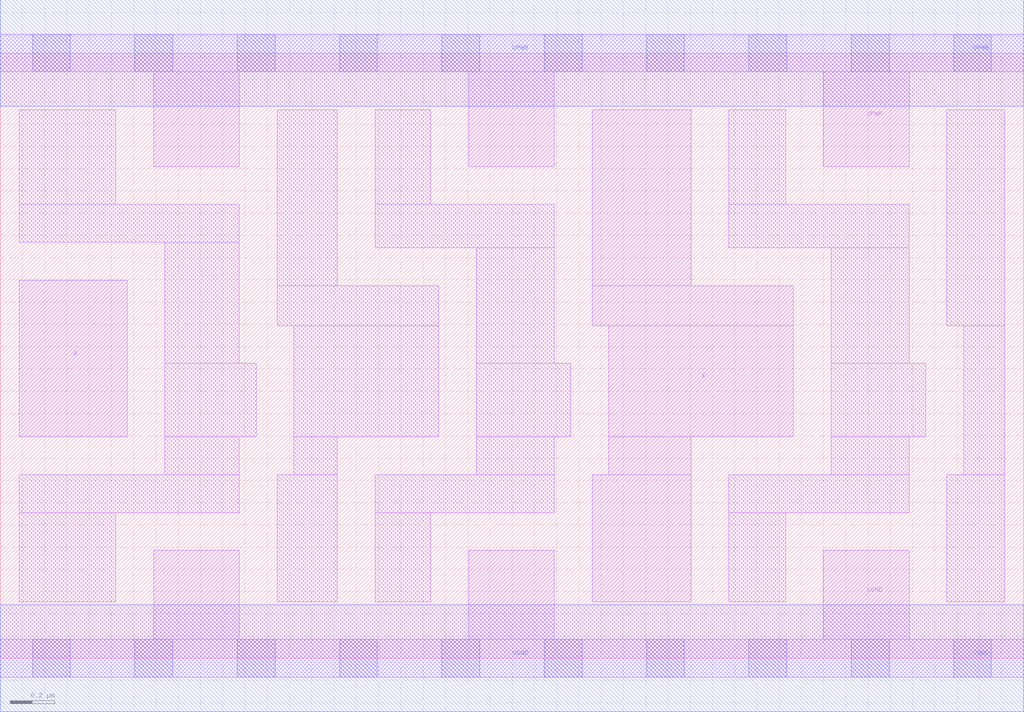
<source format=lef>
# Copyright 2020 The SkyWater PDK Authors
#
# Licensed under the Apache License, Version 2.0 (the "License");
# you may not use this file except in compliance with the License.
# You may obtain a copy of the License at
#
#     https://www.apache.org/licenses/LICENSE-2.0
#
# Unless required by applicable law or agreed to in writing, software
# distributed under the License is distributed on an "AS IS" BASIS,
# WITHOUT WARRANTIES OR CONDITIONS OF ANY KIND, either express or implied.
# See the License for the specific language governing permissions and
# limitations under the License.
#
# SPDX-License-Identifier: Apache-2.0

VERSION 5.7 ;
  NAMESCASESENSITIVE ON ;
  NOWIREEXTENSIONATPIN ON ;
  DIVIDERCHAR "/" ;
  BUSBITCHARS "[]" ;
UNITS
  DATABASE MICRONS 200 ;
END UNITS
MACRO sky130_fd_sc_hd__dlymetal6s4s_1
  CLASS CORE ;
  SOURCE USER ;
  FOREIGN sky130_fd_sc_hd__dlymetal6s4s_1 ;
  ORIGIN  0.000000  0.000000 ;
  SIZE  4.600000 BY  2.720000 ;
  SYMMETRY X Y R90 ;
  SITE unithd ;
  PIN A
    ANTENNAGATEAREA  0.126000 ;
    DIRECTION INPUT ;
    USE SIGNAL ;
    PORT
      LAYER li1 ;
        RECT 0.085000 0.995000 0.570000 1.700000 ;
    END
  END A
  PIN X
    ANTENNADIFFAREA  0.429000 ;
    ANTENNAGATEAREA  0.126000 ;
    DIRECTION OUTPUT ;
    USE SIGNAL ;
    PORT
      LAYER li1 ;
        RECT 2.660000 0.255000 3.105000 0.825000 ;
        RECT 2.660000 1.495000 3.565000 1.675000 ;
        RECT 2.660000 1.675000 3.105000 2.465000 ;
        RECT 2.735000 0.825000 3.105000 0.995000 ;
        RECT 2.735000 0.995000 3.565000 1.495000 ;
    END
  END X
  PIN VGND
    DIRECTION INOUT ;
    SHAPE ABUTMENT ;
    USE GROUND ;
    PORT
      LAYER li1 ;
        RECT 0.000000 -0.085000 4.600000 0.085000 ;
        RECT 0.690000  0.085000 1.075000 0.485000 ;
        RECT 2.105000  0.085000 2.490000 0.485000 ;
        RECT 3.700000  0.085000 4.085000 0.485000 ;
      LAYER mcon ;
        RECT 0.145000 -0.085000 0.315000 0.085000 ;
        RECT 0.605000 -0.085000 0.775000 0.085000 ;
        RECT 1.065000 -0.085000 1.235000 0.085000 ;
        RECT 1.525000 -0.085000 1.695000 0.085000 ;
        RECT 1.985000 -0.085000 2.155000 0.085000 ;
        RECT 2.445000 -0.085000 2.615000 0.085000 ;
        RECT 2.905000 -0.085000 3.075000 0.085000 ;
        RECT 3.365000 -0.085000 3.535000 0.085000 ;
        RECT 3.825000 -0.085000 3.995000 0.085000 ;
        RECT 4.285000 -0.085000 4.455000 0.085000 ;
      LAYER met1 ;
        RECT 0.000000 -0.240000 4.600000 0.240000 ;
    END
  END VGND
  PIN VPWR
    DIRECTION INOUT ;
    SHAPE ABUTMENT ;
    USE POWER ;
    PORT
      LAYER li1 ;
        RECT 0.000000 2.635000 4.600000 2.805000 ;
        RECT 0.690000 2.210000 1.075000 2.635000 ;
        RECT 2.105000 2.210000 2.490000 2.635000 ;
        RECT 3.700000 2.210000 4.085000 2.635000 ;
      LAYER mcon ;
        RECT 0.145000 2.635000 0.315000 2.805000 ;
        RECT 0.605000 2.635000 0.775000 2.805000 ;
        RECT 1.065000 2.635000 1.235000 2.805000 ;
        RECT 1.525000 2.635000 1.695000 2.805000 ;
        RECT 1.985000 2.635000 2.155000 2.805000 ;
        RECT 2.445000 2.635000 2.615000 2.805000 ;
        RECT 2.905000 2.635000 3.075000 2.805000 ;
        RECT 3.365000 2.635000 3.535000 2.805000 ;
        RECT 3.825000 2.635000 3.995000 2.805000 ;
        RECT 4.285000 2.635000 4.455000 2.805000 ;
      LAYER met1 ;
        RECT 0.000000 2.480000 4.600000 2.960000 ;
    END
  END VPWR
  OBS
    LAYER li1 ;
      RECT 0.085000 0.255000 0.520000 0.655000 ;
      RECT 0.085000 0.655000 1.075000 0.825000 ;
      RECT 0.085000 1.870000 1.075000 2.040000 ;
      RECT 0.085000 2.040000 0.520000 2.465000 ;
      RECT 0.740000 0.825000 1.075000 0.995000 ;
      RECT 0.740000 0.995000 1.150000 1.325000 ;
      RECT 0.740000 1.325000 1.075000 1.870000 ;
      RECT 1.245000 0.255000 1.515000 0.825000 ;
      RECT 1.245000 1.495000 1.970000 1.675000 ;
      RECT 1.245000 1.675000 1.515000 2.465000 ;
      RECT 1.320000 0.825000 1.515000 0.995000 ;
      RECT 1.320000 0.995000 1.970000 1.495000 ;
      RECT 1.685000 0.255000 1.935000 0.655000 ;
      RECT 1.685000 0.655000 2.490000 0.825000 ;
      RECT 1.685000 1.845000 2.490000 2.040000 ;
      RECT 1.685000 2.040000 1.935000 2.465000 ;
      RECT 2.140000 0.825000 2.490000 0.995000 ;
      RECT 2.140000 0.995000 2.565000 1.325000 ;
      RECT 2.140000 1.325000 2.490000 1.845000 ;
      RECT 3.275000 0.255000 3.530000 0.655000 ;
      RECT 3.275000 0.655000 4.085000 0.825000 ;
      RECT 3.275000 1.845000 4.085000 2.040000 ;
      RECT 3.275000 2.040000 3.530000 2.465000 ;
      RECT 3.735000 0.825000 4.085000 0.995000 ;
      RECT 3.735000 0.995000 4.160000 1.325000 ;
      RECT 3.735000 1.325000 4.085000 1.845000 ;
      RECT 4.255000 0.255000 4.515000 0.825000 ;
      RECT 4.255000 1.495000 4.515000 2.465000 ;
      RECT 4.330000 0.825000 4.515000 1.495000 ;
  END
END sky130_fd_sc_hd__dlymetal6s4s_1
END LIBRARY

</source>
